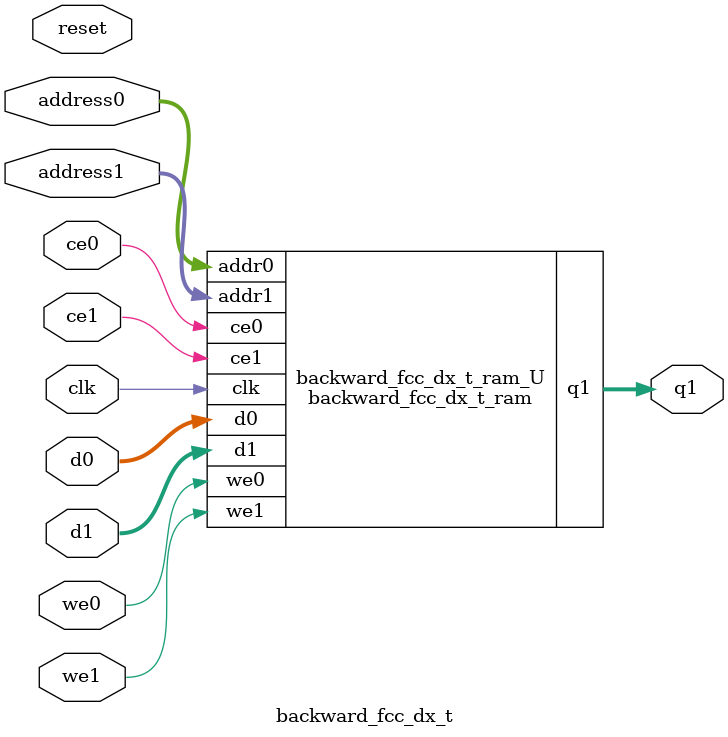
<source format=v>
`timescale 1 ns / 1 ps
module backward_fcc_dx_t_ram (addr0, ce0, d0, we0, addr1, ce1, d1, we1, q1,  clk);

parameter DWIDTH = 32;
parameter AWIDTH = 7;
parameter MEM_SIZE = 100;

input[AWIDTH-1:0] addr0;
input ce0;
input[DWIDTH-1:0] d0;
input we0;
input[AWIDTH-1:0] addr1;
input ce1;
input[DWIDTH-1:0] d1;
input we1;
output reg[DWIDTH-1:0] q1;
input clk;

reg [DWIDTH-1:0] ram[0:MEM_SIZE-1];




always @(posedge clk)  
begin 
    if (ce0) begin
        if (we0) 
            ram[addr0] <= d0; 
    end
end


always @(posedge clk)  
begin 
    if (ce1) begin
        if (we1) 
            ram[addr1] <= d1; 
        q1 <= ram[addr1];
    end
end


endmodule

`timescale 1 ns / 1 ps
module backward_fcc_dx_t(
    reset,
    clk,
    address0,
    ce0,
    we0,
    d0,
    address1,
    ce1,
    we1,
    d1,
    q1);

parameter DataWidth = 32'd32;
parameter AddressRange = 32'd100;
parameter AddressWidth = 32'd7;
input reset;
input clk;
input[AddressWidth - 1:0] address0;
input ce0;
input we0;
input[DataWidth - 1:0] d0;
input[AddressWidth - 1:0] address1;
input ce1;
input we1;
input[DataWidth - 1:0] d1;
output[DataWidth - 1:0] q1;



backward_fcc_dx_t_ram backward_fcc_dx_t_ram_U(
    .clk( clk ),
    .addr0( address0 ),
    .ce0( ce0 ),
    .we0( we0 ),
    .d0( d0 ),
    .addr1( address1 ),
    .ce1( ce1 ),
    .we1( we1 ),
    .d1( d1 ),
    .q1( q1 ));

endmodule


</source>
